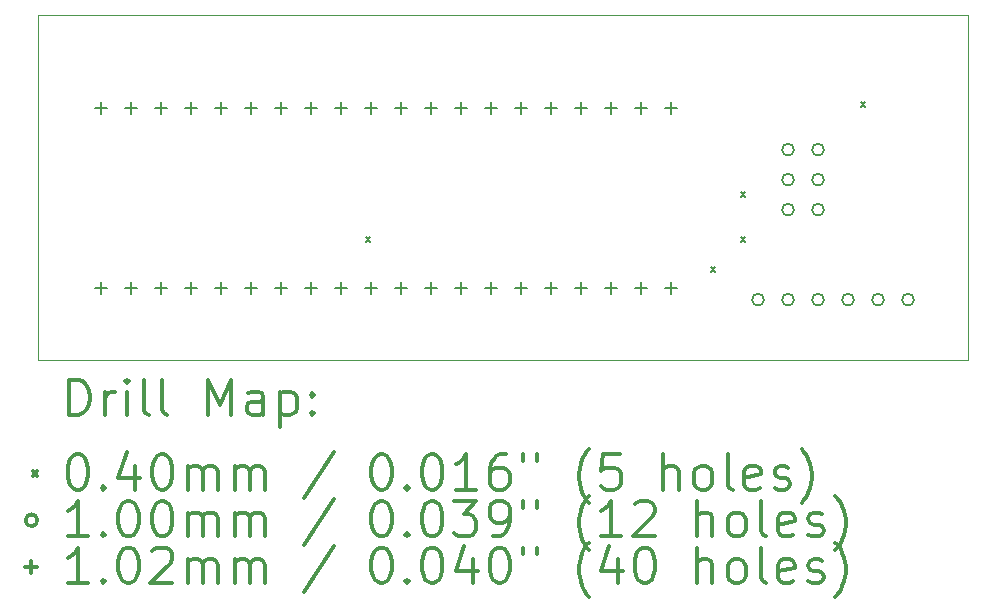
<source format=gbr>
%FSLAX45Y45*%
G04 Gerber Fmt 4.5, Leading zero omitted, Abs format (unit mm)*
G04 Created by KiCad (PCBNEW 4.0.6) date Sun May 21 13:57:40 2017*
%MOMM*%
%LPD*%
G01*
G04 APERTURE LIST*
%ADD10C,0.127000*%
%ADD11C,0.100000*%
%ADD12C,0.200000*%
%ADD13C,0.300000*%
G04 APERTURE END LIST*
D10*
D11*
X24130000Y-10160000D02*
X23622000Y-10160000D01*
X24130000Y-13081000D02*
X24130000Y-10160000D01*
X23622000Y-13081000D02*
X24130000Y-13081000D01*
X23622000Y-13081000D02*
X16256000Y-13081000D01*
X16256000Y-10160000D02*
X23622000Y-10160000D01*
X16256000Y-10414000D02*
X16256000Y-10160000D01*
X16256000Y-13081000D02*
X16256000Y-10414000D01*
D12*
X19030000Y-12045000D02*
X19070000Y-12085000D01*
X19070000Y-12045000D02*
X19030000Y-12085000D01*
X21951000Y-12299000D02*
X21991000Y-12339000D01*
X21991000Y-12299000D02*
X21951000Y-12339000D01*
X22205000Y-11664000D02*
X22245000Y-11704000D01*
X22245000Y-11664000D02*
X22205000Y-11704000D01*
X22205000Y-12045000D02*
X22245000Y-12085000D01*
X22245000Y-12045000D02*
X22205000Y-12085000D01*
X23221000Y-10902000D02*
X23261000Y-10942000D01*
X23261000Y-10902000D02*
X23221000Y-10942000D01*
X22402000Y-12573000D02*
G75*
G03X22402000Y-12573000I-50000J0D01*
G01*
X22656000Y-11303000D02*
G75*
G03X22656000Y-11303000I-50000J0D01*
G01*
X22656000Y-11557000D02*
G75*
G03X22656000Y-11557000I-50000J0D01*
G01*
X22656000Y-11811000D02*
G75*
G03X22656000Y-11811000I-50000J0D01*
G01*
X22656000Y-12573000D02*
G75*
G03X22656000Y-12573000I-50000J0D01*
G01*
X22910000Y-11303000D02*
G75*
G03X22910000Y-11303000I-50000J0D01*
G01*
X22910000Y-11557000D02*
G75*
G03X22910000Y-11557000I-50000J0D01*
G01*
X22910000Y-11811000D02*
G75*
G03X22910000Y-11811000I-50000J0D01*
G01*
X22910000Y-12573000D02*
G75*
G03X22910000Y-12573000I-50000J0D01*
G01*
X23164000Y-12573000D02*
G75*
G03X23164000Y-12573000I-50000J0D01*
G01*
X23418000Y-12573000D02*
G75*
G03X23418000Y-12573000I-50000J0D01*
G01*
X23672000Y-12573000D02*
G75*
G03X23672000Y-12573000I-50000J0D01*
G01*
X16791500Y-10898700D02*
X16791500Y-11000300D01*
X16740700Y-10949500D02*
X16842300Y-10949500D01*
X16791500Y-12422700D02*
X16791500Y-12524300D01*
X16740700Y-12473500D02*
X16842300Y-12473500D01*
X17045500Y-10898700D02*
X17045500Y-11000300D01*
X16994700Y-10949500D02*
X17096300Y-10949500D01*
X17045500Y-12422700D02*
X17045500Y-12524300D01*
X16994700Y-12473500D02*
X17096300Y-12473500D01*
X17299500Y-10898700D02*
X17299500Y-11000300D01*
X17248700Y-10949500D02*
X17350300Y-10949500D01*
X17299500Y-12422700D02*
X17299500Y-12524300D01*
X17248700Y-12473500D02*
X17350300Y-12473500D01*
X17553500Y-10898700D02*
X17553500Y-11000300D01*
X17502700Y-10949500D02*
X17604300Y-10949500D01*
X17553500Y-12422700D02*
X17553500Y-12524300D01*
X17502700Y-12473500D02*
X17604300Y-12473500D01*
X17807500Y-10898700D02*
X17807500Y-11000300D01*
X17756700Y-10949500D02*
X17858300Y-10949500D01*
X17807500Y-12422700D02*
X17807500Y-12524300D01*
X17756700Y-12473500D02*
X17858300Y-12473500D01*
X18061500Y-10898700D02*
X18061500Y-11000300D01*
X18010700Y-10949500D02*
X18112300Y-10949500D01*
X18061500Y-12422700D02*
X18061500Y-12524300D01*
X18010700Y-12473500D02*
X18112300Y-12473500D01*
X18315500Y-10898700D02*
X18315500Y-11000300D01*
X18264700Y-10949500D02*
X18366300Y-10949500D01*
X18315500Y-12422700D02*
X18315500Y-12524300D01*
X18264700Y-12473500D02*
X18366300Y-12473500D01*
X18569500Y-10898700D02*
X18569500Y-11000300D01*
X18518700Y-10949500D02*
X18620300Y-10949500D01*
X18569500Y-12422700D02*
X18569500Y-12524300D01*
X18518700Y-12473500D02*
X18620300Y-12473500D01*
X18823500Y-10898700D02*
X18823500Y-11000300D01*
X18772700Y-10949500D02*
X18874300Y-10949500D01*
X18823500Y-12422700D02*
X18823500Y-12524300D01*
X18772700Y-12473500D02*
X18874300Y-12473500D01*
X19077500Y-10898700D02*
X19077500Y-11000300D01*
X19026700Y-10949500D02*
X19128300Y-10949500D01*
X19077500Y-12422700D02*
X19077500Y-12524300D01*
X19026700Y-12473500D02*
X19128300Y-12473500D01*
X19331500Y-10898700D02*
X19331500Y-11000300D01*
X19280700Y-10949500D02*
X19382300Y-10949500D01*
X19331500Y-12422700D02*
X19331500Y-12524300D01*
X19280700Y-12473500D02*
X19382300Y-12473500D01*
X19585500Y-10898700D02*
X19585500Y-11000300D01*
X19534700Y-10949500D02*
X19636300Y-10949500D01*
X19585500Y-12422700D02*
X19585500Y-12524300D01*
X19534700Y-12473500D02*
X19636300Y-12473500D01*
X19839500Y-10898700D02*
X19839500Y-11000300D01*
X19788700Y-10949500D02*
X19890300Y-10949500D01*
X19839500Y-12422700D02*
X19839500Y-12524300D01*
X19788700Y-12473500D02*
X19890300Y-12473500D01*
X20093500Y-10898700D02*
X20093500Y-11000300D01*
X20042700Y-10949500D02*
X20144300Y-10949500D01*
X20093500Y-12422700D02*
X20093500Y-12524300D01*
X20042700Y-12473500D02*
X20144300Y-12473500D01*
X20347500Y-10898700D02*
X20347500Y-11000300D01*
X20296700Y-10949500D02*
X20398300Y-10949500D01*
X20347500Y-12422700D02*
X20347500Y-12524300D01*
X20296700Y-12473500D02*
X20398300Y-12473500D01*
X20601500Y-10898700D02*
X20601500Y-11000300D01*
X20550700Y-10949500D02*
X20652300Y-10949500D01*
X20601500Y-12422700D02*
X20601500Y-12524300D01*
X20550700Y-12473500D02*
X20652300Y-12473500D01*
X20855500Y-10898700D02*
X20855500Y-11000300D01*
X20804700Y-10949500D02*
X20906300Y-10949500D01*
X20855500Y-12422700D02*
X20855500Y-12524300D01*
X20804700Y-12473500D02*
X20906300Y-12473500D01*
X21109500Y-10898700D02*
X21109500Y-11000300D01*
X21058700Y-10949500D02*
X21160300Y-10949500D01*
X21109500Y-12422700D02*
X21109500Y-12524300D01*
X21058700Y-12473500D02*
X21160300Y-12473500D01*
X21363500Y-10898700D02*
X21363500Y-11000300D01*
X21312700Y-10949500D02*
X21414300Y-10949500D01*
X21363500Y-12422700D02*
X21363500Y-12524300D01*
X21312700Y-12473500D02*
X21414300Y-12473500D01*
X21617500Y-10898700D02*
X21617500Y-11000300D01*
X21566700Y-10949500D02*
X21668300Y-10949500D01*
X21617500Y-12422700D02*
X21617500Y-12524300D01*
X21566700Y-12473500D02*
X21668300Y-12473500D01*
D13*
X16522428Y-13551714D02*
X16522428Y-13251714D01*
X16593857Y-13251714D01*
X16636714Y-13266000D01*
X16665286Y-13294571D01*
X16679571Y-13323143D01*
X16693857Y-13380286D01*
X16693857Y-13423143D01*
X16679571Y-13480286D01*
X16665286Y-13508857D01*
X16636714Y-13537429D01*
X16593857Y-13551714D01*
X16522428Y-13551714D01*
X16822429Y-13551714D02*
X16822429Y-13351714D01*
X16822429Y-13408857D02*
X16836714Y-13380286D01*
X16851000Y-13366000D01*
X16879571Y-13351714D01*
X16908143Y-13351714D01*
X17008143Y-13551714D02*
X17008143Y-13351714D01*
X17008143Y-13251714D02*
X16993857Y-13266000D01*
X17008143Y-13280286D01*
X17022429Y-13266000D01*
X17008143Y-13251714D01*
X17008143Y-13280286D01*
X17193857Y-13551714D02*
X17165286Y-13537429D01*
X17151000Y-13508857D01*
X17151000Y-13251714D01*
X17351000Y-13551714D02*
X17322429Y-13537429D01*
X17308143Y-13508857D01*
X17308143Y-13251714D01*
X17693857Y-13551714D02*
X17693857Y-13251714D01*
X17793857Y-13466000D01*
X17893857Y-13251714D01*
X17893857Y-13551714D01*
X18165286Y-13551714D02*
X18165286Y-13394571D01*
X18151000Y-13366000D01*
X18122429Y-13351714D01*
X18065286Y-13351714D01*
X18036714Y-13366000D01*
X18165286Y-13537429D02*
X18136714Y-13551714D01*
X18065286Y-13551714D01*
X18036714Y-13537429D01*
X18022429Y-13508857D01*
X18022429Y-13480286D01*
X18036714Y-13451714D01*
X18065286Y-13437429D01*
X18136714Y-13437429D01*
X18165286Y-13423143D01*
X18308143Y-13351714D02*
X18308143Y-13651714D01*
X18308143Y-13366000D02*
X18336714Y-13351714D01*
X18393857Y-13351714D01*
X18422429Y-13366000D01*
X18436714Y-13380286D01*
X18451000Y-13408857D01*
X18451000Y-13494571D01*
X18436714Y-13523143D01*
X18422429Y-13537429D01*
X18393857Y-13551714D01*
X18336714Y-13551714D01*
X18308143Y-13537429D01*
X18579571Y-13523143D02*
X18593857Y-13537429D01*
X18579571Y-13551714D01*
X18565286Y-13537429D01*
X18579571Y-13523143D01*
X18579571Y-13551714D01*
X18579571Y-13366000D02*
X18593857Y-13380286D01*
X18579571Y-13394571D01*
X18565286Y-13380286D01*
X18579571Y-13366000D01*
X18579571Y-13394571D01*
X16211000Y-14026000D02*
X16251000Y-14066000D01*
X16251000Y-14026000D02*
X16211000Y-14066000D01*
X16579571Y-13881714D02*
X16608143Y-13881714D01*
X16636714Y-13896000D01*
X16651000Y-13910286D01*
X16665286Y-13938857D01*
X16679571Y-13996000D01*
X16679571Y-14067429D01*
X16665286Y-14124571D01*
X16651000Y-14153143D01*
X16636714Y-14167429D01*
X16608143Y-14181714D01*
X16579571Y-14181714D01*
X16551000Y-14167429D01*
X16536714Y-14153143D01*
X16522428Y-14124571D01*
X16508143Y-14067429D01*
X16508143Y-13996000D01*
X16522428Y-13938857D01*
X16536714Y-13910286D01*
X16551000Y-13896000D01*
X16579571Y-13881714D01*
X16808143Y-14153143D02*
X16822429Y-14167429D01*
X16808143Y-14181714D01*
X16793857Y-14167429D01*
X16808143Y-14153143D01*
X16808143Y-14181714D01*
X17079571Y-13981714D02*
X17079571Y-14181714D01*
X17008143Y-13867429D02*
X16936714Y-14081714D01*
X17122428Y-14081714D01*
X17293857Y-13881714D02*
X17322429Y-13881714D01*
X17351000Y-13896000D01*
X17365286Y-13910286D01*
X17379571Y-13938857D01*
X17393857Y-13996000D01*
X17393857Y-14067429D01*
X17379571Y-14124571D01*
X17365286Y-14153143D01*
X17351000Y-14167429D01*
X17322429Y-14181714D01*
X17293857Y-14181714D01*
X17265286Y-14167429D01*
X17251000Y-14153143D01*
X17236714Y-14124571D01*
X17222429Y-14067429D01*
X17222429Y-13996000D01*
X17236714Y-13938857D01*
X17251000Y-13910286D01*
X17265286Y-13896000D01*
X17293857Y-13881714D01*
X17522429Y-14181714D02*
X17522429Y-13981714D01*
X17522429Y-14010286D02*
X17536714Y-13996000D01*
X17565286Y-13981714D01*
X17608143Y-13981714D01*
X17636714Y-13996000D01*
X17651000Y-14024571D01*
X17651000Y-14181714D01*
X17651000Y-14024571D02*
X17665286Y-13996000D01*
X17693857Y-13981714D01*
X17736714Y-13981714D01*
X17765286Y-13996000D01*
X17779571Y-14024571D01*
X17779571Y-14181714D01*
X17922429Y-14181714D02*
X17922429Y-13981714D01*
X17922429Y-14010286D02*
X17936714Y-13996000D01*
X17965286Y-13981714D01*
X18008143Y-13981714D01*
X18036714Y-13996000D01*
X18051000Y-14024571D01*
X18051000Y-14181714D01*
X18051000Y-14024571D02*
X18065286Y-13996000D01*
X18093857Y-13981714D01*
X18136714Y-13981714D01*
X18165286Y-13996000D01*
X18179571Y-14024571D01*
X18179571Y-14181714D01*
X18765286Y-13867429D02*
X18508143Y-14253143D01*
X19151000Y-13881714D02*
X19179571Y-13881714D01*
X19208143Y-13896000D01*
X19222428Y-13910286D01*
X19236714Y-13938857D01*
X19251000Y-13996000D01*
X19251000Y-14067429D01*
X19236714Y-14124571D01*
X19222428Y-14153143D01*
X19208143Y-14167429D01*
X19179571Y-14181714D01*
X19151000Y-14181714D01*
X19122428Y-14167429D01*
X19108143Y-14153143D01*
X19093857Y-14124571D01*
X19079571Y-14067429D01*
X19079571Y-13996000D01*
X19093857Y-13938857D01*
X19108143Y-13910286D01*
X19122428Y-13896000D01*
X19151000Y-13881714D01*
X19379571Y-14153143D02*
X19393857Y-14167429D01*
X19379571Y-14181714D01*
X19365286Y-14167429D01*
X19379571Y-14153143D01*
X19379571Y-14181714D01*
X19579571Y-13881714D02*
X19608143Y-13881714D01*
X19636714Y-13896000D01*
X19651000Y-13910286D01*
X19665286Y-13938857D01*
X19679571Y-13996000D01*
X19679571Y-14067429D01*
X19665286Y-14124571D01*
X19651000Y-14153143D01*
X19636714Y-14167429D01*
X19608143Y-14181714D01*
X19579571Y-14181714D01*
X19551000Y-14167429D01*
X19536714Y-14153143D01*
X19522428Y-14124571D01*
X19508143Y-14067429D01*
X19508143Y-13996000D01*
X19522428Y-13938857D01*
X19536714Y-13910286D01*
X19551000Y-13896000D01*
X19579571Y-13881714D01*
X19965286Y-14181714D02*
X19793857Y-14181714D01*
X19879571Y-14181714D02*
X19879571Y-13881714D01*
X19851000Y-13924571D01*
X19822428Y-13953143D01*
X19793857Y-13967429D01*
X20222428Y-13881714D02*
X20165286Y-13881714D01*
X20136714Y-13896000D01*
X20122428Y-13910286D01*
X20093857Y-13953143D01*
X20079571Y-14010286D01*
X20079571Y-14124571D01*
X20093857Y-14153143D01*
X20108143Y-14167429D01*
X20136714Y-14181714D01*
X20193857Y-14181714D01*
X20222428Y-14167429D01*
X20236714Y-14153143D01*
X20251000Y-14124571D01*
X20251000Y-14053143D01*
X20236714Y-14024571D01*
X20222428Y-14010286D01*
X20193857Y-13996000D01*
X20136714Y-13996000D01*
X20108143Y-14010286D01*
X20093857Y-14024571D01*
X20079571Y-14053143D01*
X20365286Y-13881714D02*
X20365286Y-13938857D01*
X20479571Y-13881714D02*
X20479571Y-13938857D01*
X20922428Y-14296000D02*
X20908143Y-14281714D01*
X20879571Y-14238857D01*
X20865286Y-14210286D01*
X20851000Y-14167429D01*
X20836714Y-14096000D01*
X20836714Y-14038857D01*
X20851000Y-13967429D01*
X20865286Y-13924571D01*
X20879571Y-13896000D01*
X20908143Y-13853143D01*
X20922428Y-13838857D01*
X21179571Y-13881714D02*
X21036714Y-13881714D01*
X21022428Y-14024571D01*
X21036714Y-14010286D01*
X21065286Y-13996000D01*
X21136714Y-13996000D01*
X21165286Y-14010286D01*
X21179571Y-14024571D01*
X21193857Y-14053143D01*
X21193857Y-14124571D01*
X21179571Y-14153143D01*
X21165286Y-14167429D01*
X21136714Y-14181714D01*
X21065286Y-14181714D01*
X21036714Y-14167429D01*
X21022428Y-14153143D01*
X21551000Y-14181714D02*
X21551000Y-13881714D01*
X21679571Y-14181714D02*
X21679571Y-14024571D01*
X21665286Y-13996000D01*
X21636714Y-13981714D01*
X21593857Y-13981714D01*
X21565286Y-13996000D01*
X21551000Y-14010286D01*
X21865286Y-14181714D02*
X21836714Y-14167429D01*
X21822428Y-14153143D01*
X21808143Y-14124571D01*
X21808143Y-14038857D01*
X21822428Y-14010286D01*
X21836714Y-13996000D01*
X21865286Y-13981714D01*
X21908143Y-13981714D01*
X21936714Y-13996000D01*
X21951000Y-14010286D01*
X21965286Y-14038857D01*
X21965286Y-14124571D01*
X21951000Y-14153143D01*
X21936714Y-14167429D01*
X21908143Y-14181714D01*
X21865286Y-14181714D01*
X22136714Y-14181714D02*
X22108143Y-14167429D01*
X22093857Y-14138857D01*
X22093857Y-13881714D01*
X22365286Y-14167429D02*
X22336714Y-14181714D01*
X22279571Y-14181714D01*
X22251000Y-14167429D01*
X22236714Y-14138857D01*
X22236714Y-14024571D01*
X22251000Y-13996000D01*
X22279571Y-13981714D01*
X22336714Y-13981714D01*
X22365286Y-13996000D01*
X22379571Y-14024571D01*
X22379571Y-14053143D01*
X22236714Y-14081714D01*
X22493857Y-14167429D02*
X22522428Y-14181714D01*
X22579571Y-14181714D01*
X22608143Y-14167429D01*
X22622428Y-14138857D01*
X22622428Y-14124571D01*
X22608143Y-14096000D01*
X22579571Y-14081714D01*
X22536714Y-14081714D01*
X22508143Y-14067429D01*
X22493857Y-14038857D01*
X22493857Y-14024571D01*
X22508143Y-13996000D01*
X22536714Y-13981714D01*
X22579571Y-13981714D01*
X22608143Y-13996000D01*
X22722428Y-14296000D02*
X22736714Y-14281714D01*
X22765286Y-14238857D01*
X22779571Y-14210286D01*
X22793857Y-14167429D01*
X22808143Y-14096000D01*
X22808143Y-14038857D01*
X22793857Y-13967429D01*
X22779571Y-13924571D01*
X22765286Y-13896000D01*
X22736714Y-13853143D01*
X22722428Y-13838857D01*
X16251000Y-14442000D02*
G75*
G03X16251000Y-14442000I-50000J0D01*
G01*
X16679571Y-14577714D02*
X16508143Y-14577714D01*
X16593857Y-14577714D02*
X16593857Y-14277714D01*
X16565286Y-14320571D01*
X16536714Y-14349143D01*
X16508143Y-14363429D01*
X16808143Y-14549143D02*
X16822429Y-14563429D01*
X16808143Y-14577714D01*
X16793857Y-14563429D01*
X16808143Y-14549143D01*
X16808143Y-14577714D01*
X17008143Y-14277714D02*
X17036714Y-14277714D01*
X17065286Y-14292000D01*
X17079571Y-14306286D01*
X17093857Y-14334857D01*
X17108143Y-14392000D01*
X17108143Y-14463429D01*
X17093857Y-14520571D01*
X17079571Y-14549143D01*
X17065286Y-14563429D01*
X17036714Y-14577714D01*
X17008143Y-14577714D01*
X16979571Y-14563429D01*
X16965286Y-14549143D01*
X16951000Y-14520571D01*
X16936714Y-14463429D01*
X16936714Y-14392000D01*
X16951000Y-14334857D01*
X16965286Y-14306286D01*
X16979571Y-14292000D01*
X17008143Y-14277714D01*
X17293857Y-14277714D02*
X17322429Y-14277714D01*
X17351000Y-14292000D01*
X17365286Y-14306286D01*
X17379571Y-14334857D01*
X17393857Y-14392000D01*
X17393857Y-14463429D01*
X17379571Y-14520571D01*
X17365286Y-14549143D01*
X17351000Y-14563429D01*
X17322429Y-14577714D01*
X17293857Y-14577714D01*
X17265286Y-14563429D01*
X17251000Y-14549143D01*
X17236714Y-14520571D01*
X17222429Y-14463429D01*
X17222429Y-14392000D01*
X17236714Y-14334857D01*
X17251000Y-14306286D01*
X17265286Y-14292000D01*
X17293857Y-14277714D01*
X17522429Y-14577714D02*
X17522429Y-14377714D01*
X17522429Y-14406286D02*
X17536714Y-14392000D01*
X17565286Y-14377714D01*
X17608143Y-14377714D01*
X17636714Y-14392000D01*
X17651000Y-14420571D01*
X17651000Y-14577714D01*
X17651000Y-14420571D02*
X17665286Y-14392000D01*
X17693857Y-14377714D01*
X17736714Y-14377714D01*
X17765286Y-14392000D01*
X17779571Y-14420571D01*
X17779571Y-14577714D01*
X17922429Y-14577714D02*
X17922429Y-14377714D01*
X17922429Y-14406286D02*
X17936714Y-14392000D01*
X17965286Y-14377714D01*
X18008143Y-14377714D01*
X18036714Y-14392000D01*
X18051000Y-14420571D01*
X18051000Y-14577714D01*
X18051000Y-14420571D02*
X18065286Y-14392000D01*
X18093857Y-14377714D01*
X18136714Y-14377714D01*
X18165286Y-14392000D01*
X18179571Y-14420571D01*
X18179571Y-14577714D01*
X18765286Y-14263429D02*
X18508143Y-14649143D01*
X19151000Y-14277714D02*
X19179571Y-14277714D01*
X19208143Y-14292000D01*
X19222428Y-14306286D01*
X19236714Y-14334857D01*
X19251000Y-14392000D01*
X19251000Y-14463429D01*
X19236714Y-14520571D01*
X19222428Y-14549143D01*
X19208143Y-14563429D01*
X19179571Y-14577714D01*
X19151000Y-14577714D01*
X19122428Y-14563429D01*
X19108143Y-14549143D01*
X19093857Y-14520571D01*
X19079571Y-14463429D01*
X19079571Y-14392000D01*
X19093857Y-14334857D01*
X19108143Y-14306286D01*
X19122428Y-14292000D01*
X19151000Y-14277714D01*
X19379571Y-14549143D02*
X19393857Y-14563429D01*
X19379571Y-14577714D01*
X19365286Y-14563429D01*
X19379571Y-14549143D01*
X19379571Y-14577714D01*
X19579571Y-14277714D02*
X19608143Y-14277714D01*
X19636714Y-14292000D01*
X19651000Y-14306286D01*
X19665286Y-14334857D01*
X19679571Y-14392000D01*
X19679571Y-14463429D01*
X19665286Y-14520571D01*
X19651000Y-14549143D01*
X19636714Y-14563429D01*
X19608143Y-14577714D01*
X19579571Y-14577714D01*
X19551000Y-14563429D01*
X19536714Y-14549143D01*
X19522428Y-14520571D01*
X19508143Y-14463429D01*
X19508143Y-14392000D01*
X19522428Y-14334857D01*
X19536714Y-14306286D01*
X19551000Y-14292000D01*
X19579571Y-14277714D01*
X19779571Y-14277714D02*
X19965286Y-14277714D01*
X19865286Y-14392000D01*
X19908143Y-14392000D01*
X19936714Y-14406286D01*
X19951000Y-14420571D01*
X19965286Y-14449143D01*
X19965286Y-14520571D01*
X19951000Y-14549143D01*
X19936714Y-14563429D01*
X19908143Y-14577714D01*
X19822428Y-14577714D01*
X19793857Y-14563429D01*
X19779571Y-14549143D01*
X20108143Y-14577714D02*
X20165286Y-14577714D01*
X20193857Y-14563429D01*
X20208143Y-14549143D01*
X20236714Y-14506286D01*
X20251000Y-14449143D01*
X20251000Y-14334857D01*
X20236714Y-14306286D01*
X20222428Y-14292000D01*
X20193857Y-14277714D01*
X20136714Y-14277714D01*
X20108143Y-14292000D01*
X20093857Y-14306286D01*
X20079571Y-14334857D01*
X20079571Y-14406286D01*
X20093857Y-14434857D01*
X20108143Y-14449143D01*
X20136714Y-14463429D01*
X20193857Y-14463429D01*
X20222428Y-14449143D01*
X20236714Y-14434857D01*
X20251000Y-14406286D01*
X20365286Y-14277714D02*
X20365286Y-14334857D01*
X20479571Y-14277714D02*
X20479571Y-14334857D01*
X20922428Y-14692000D02*
X20908143Y-14677714D01*
X20879571Y-14634857D01*
X20865286Y-14606286D01*
X20851000Y-14563429D01*
X20836714Y-14492000D01*
X20836714Y-14434857D01*
X20851000Y-14363429D01*
X20865286Y-14320571D01*
X20879571Y-14292000D01*
X20908143Y-14249143D01*
X20922428Y-14234857D01*
X21193857Y-14577714D02*
X21022428Y-14577714D01*
X21108143Y-14577714D02*
X21108143Y-14277714D01*
X21079571Y-14320571D01*
X21051000Y-14349143D01*
X21022428Y-14363429D01*
X21308143Y-14306286D02*
X21322428Y-14292000D01*
X21351000Y-14277714D01*
X21422428Y-14277714D01*
X21451000Y-14292000D01*
X21465286Y-14306286D01*
X21479571Y-14334857D01*
X21479571Y-14363429D01*
X21465286Y-14406286D01*
X21293857Y-14577714D01*
X21479571Y-14577714D01*
X21836714Y-14577714D02*
X21836714Y-14277714D01*
X21965286Y-14577714D02*
X21965286Y-14420571D01*
X21951000Y-14392000D01*
X21922428Y-14377714D01*
X21879571Y-14377714D01*
X21851000Y-14392000D01*
X21836714Y-14406286D01*
X22151000Y-14577714D02*
X22122428Y-14563429D01*
X22108143Y-14549143D01*
X22093857Y-14520571D01*
X22093857Y-14434857D01*
X22108143Y-14406286D01*
X22122428Y-14392000D01*
X22151000Y-14377714D01*
X22193857Y-14377714D01*
X22222428Y-14392000D01*
X22236714Y-14406286D01*
X22251000Y-14434857D01*
X22251000Y-14520571D01*
X22236714Y-14549143D01*
X22222428Y-14563429D01*
X22193857Y-14577714D01*
X22151000Y-14577714D01*
X22422428Y-14577714D02*
X22393857Y-14563429D01*
X22379571Y-14534857D01*
X22379571Y-14277714D01*
X22651000Y-14563429D02*
X22622428Y-14577714D01*
X22565286Y-14577714D01*
X22536714Y-14563429D01*
X22522428Y-14534857D01*
X22522428Y-14420571D01*
X22536714Y-14392000D01*
X22565286Y-14377714D01*
X22622428Y-14377714D01*
X22651000Y-14392000D01*
X22665286Y-14420571D01*
X22665286Y-14449143D01*
X22522428Y-14477714D01*
X22779571Y-14563429D02*
X22808143Y-14577714D01*
X22865286Y-14577714D01*
X22893857Y-14563429D01*
X22908143Y-14534857D01*
X22908143Y-14520571D01*
X22893857Y-14492000D01*
X22865286Y-14477714D01*
X22822428Y-14477714D01*
X22793857Y-14463429D01*
X22779571Y-14434857D01*
X22779571Y-14420571D01*
X22793857Y-14392000D01*
X22822428Y-14377714D01*
X22865286Y-14377714D01*
X22893857Y-14392000D01*
X23008143Y-14692000D02*
X23022428Y-14677714D01*
X23051000Y-14634857D01*
X23065286Y-14606286D01*
X23079571Y-14563429D01*
X23093857Y-14492000D01*
X23093857Y-14434857D01*
X23079571Y-14363429D01*
X23065286Y-14320571D01*
X23051000Y-14292000D01*
X23022428Y-14249143D01*
X23008143Y-14234857D01*
X16200200Y-14787200D02*
X16200200Y-14888800D01*
X16149400Y-14838000D02*
X16251000Y-14838000D01*
X16679571Y-14973714D02*
X16508143Y-14973714D01*
X16593857Y-14973714D02*
X16593857Y-14673714D01*
X16565286Y-14716571D01*
X16536714Y-14745143D01*
X16508143Y-14759429D01*
X16808143Y-14945143D02*
X16822429Y-14959429D01*
X16808143Y-14973714D01*
X16793857Y-14959429D01*
X16808143Y-14945143D01*
X16808143Y-14973714D01*
X17008143Y-14673714D02*
X17036714Y-14673714D01*
X17065286Y-14688000D01*
X17079571Y-14702286D01*
X17093857Y-14730857D01*
X17108143Y-14788000D01*
X17108143Y-14859429D01*
X17093857Y-14916571D01*
X17079571Y-14945143D01*
X17065286Y-14959429D01*
X17036714Y-14973714D01*
X17008143Y-14973714D01*
X16979571Y-14959429D01*
X16965286Y-14945143D01*
X16951000Y-14916571D01*
X16936714Y-14859429D01*
X16936714Y-14788000D01*
X16951000Y-14730857D01*
X16965286Y-14702286D01*
X16979571Y-14688000D01*
X17008143Y-14673714D01*
X17222429Y-14702286D02*
X17236714Y-14688000D01*
X17265286Y-14673714D01*
X17336714Y-14673714D01*
X17365286Y-14688000D01*
X17379571Y-14702286D01*
X17393857Y-14730857D01*
X17393857Y-14759429D01*
X17379571Y-14802286D01*
X17208143Y-14973714D01*
X17393857Y-14973714D01*
X17522429Y-14973714D02*
X17522429Y-14773714D01*
X17522429Y-14802286D02*
X17536714Y-14788000D01*
X17565286Y-14773714D01*
X17608143Y-14773714D01*
X17636714Y-14788000D01*
X17651000Y-14816571D01*
X17651000Y-14973714D01*
X17651000Y-14816571D02*
X17665286Y-14788000D01*
X17693857Y-14773714D01*
X17736714Y-14773714D01*
X17765286Y-14788000D01*
X17779571Y-14816571D01*
X17779571Y-14973714D01*
X17922429Y-14973714D02*
X17922429Y-14773714D01*
X17922429Y-14802286D02*
X17936714Y-14788000D01*
X17965286Y-14773714D01*
X18008143Y-14773714D01*
X18036714Y-14788000D01*
X18051000Y-14816571D01*
X18051000Y-14973714D01*
X18051000Y-14816571D02*
X18065286Y-14788000D01*
X18093857Y-14773714D01*
X18136714Y-14773714D01*
X18165286Y-14788000D01*
X18179571Y-14816571D01*
X18179571Y-14973714D01*
X18765286Y-14659429D02*
X18508143Y-15045143D01*
X19151000Y-14673714D02*
X19179571Y-14673714D01*
X19208143Y-14688000D01*
X19222428Y-14702286D01*
X19236714Y-14730857D01*
X19251000Y-14788000D01*
X19251000Y-14859429D01*
X19236714Y-14916571D01*
X19222428Y-14945143D01*
X19208143Y-14959429D01*
X19179571Y-14973714D01*
X19151000Y-14973714D01*
X19122428Y-14959429D01*
X19108143Y-14945143D01*
X19093857Y-14916571D01*
X19079571Y-14859429D01*
X19079571Y-14788000D01*
X19093857Y-14730857D01*
X19108143Y-14702286D01*
X19122428Y-14688000D01*
X19151000Y-14673714D01*
X19379571Y-14945143D02*
X19393857Y-14959429D01*
X19379571Y-14973714D01*
X19365286Y-14959429D01*
X19379571Y-14945143D01*
X19379571Y-14973714D01*
X19579571Y-14673714D02*
X19608143Y-14673714D01*
X19636714Y-14688000D01*
X19651000Y-14702286D01*
X19665286Y-14730857D01*
X19679571Y-14788000D01*
X19679571Y-14859429D01*
X19665286Y-14916571D01*
X19651000Y-14945143D01*
X19636714Y-14959429D01*
X19608143Y-14973714D01*
X19579571Y-14973714D01*
X19551000Y-14959429D01*
X19536714Y-14945143D01*
X19522428Y-14916571D01*
X19508143Y-14859429D01*
X19508143Y-14788000D01*
X19522428Y-14730857D01*
X19536714Y-14702286D01*
X19551000Y-14688000D01*
X19579571Y-14673714D01*
X19936714Y-14773714D02*
X19936714Y-14973714D01*
X19865286Y-14659429D02*
X19793857Y-14873714D01*
X19979571Y-14873714D01*
X20151000Y-14673714D02*
X20179571Y-14673714D01*
X20208143Y-14688000D01*
X20222428Y-14702286D01*
X20236714Y-14730857D01*
X20251000Y-14788000D01*
X20251000Y-14859429D01*
X20236714Y-14916571D01*
X20222428Y-14945143D01*
X20208143Y-14959429D01*
X20179571Y-14973714D01*
X20151000Y-14973714D01*
X20122428Y-14959429D01*
X20108143Y-14945143D01*
X20093857Y-14916571D01*
X20079571Y-14859429D01*
X20079571Y-14788000D01*
X20093857Y-14730857D01*
X20108143Y-14702286D01*
X20122428Y-14688000D01*
X20151000Y-14673714D01*
X20365286Y-14673714D02*
X20365286Y-14730857D01*
X20479571Y-14673714D02*
X20479571Y-14730857D01*
X20922428Y-15088000D02*
X20908143Y-15073714D01*
X20879571Y-15030857D01*
X20865286Y-15002286D01*
X20851000Y-14959429D01*
X20836714Y-14888000D01*
X20836714Y-14830857D01*
X20851000Y-14759429D01*
X20865286Y-14716571D01*
X20879571Y-14688000D01*
X20908143Y-14645143D01*
X20922428Y-14630857D01*
X21165286Y-14773714D02*
X21165286Y-14973714D01*
X21093857Y-14659429D02*
X21022428Y-14873714D01*
X21208143Y-14873714D01*
X21379571Y-14673714D02*
X21408143Y-14673714D01*
X21436714Y-14688000D01*
X21451000Y-14702286D01*
X21465286Y-14730857D01*
X21479571Y-14788000D01*
X21479571Y-14859429D01*
X21465286Y-14916571D01*
X21451000Y-14945143D01*
X21436714Y-14959429D01*
X21408143Y-14973714D01*
X21379571Y-14973714D01*
X21351000Y-14959429D01*
X21336714Y-14945143D01*
X21322428Y-14916571D01*
X21308143Y-14859429D01*
X21308143Y-14788000D01*
X21322428Y-14730857D01*
X21336714Y-14702286D01*
X21351000Y-14688000D01*
X21379571Y-14673714D01*
X21836714Y-14973714D02*
X21836714Y-14673714D01*
X21965286Y-14973714D02*
X21965286Y-14816571D01*
X21951000Y-14788000D01*
X21922428Y-14773714D01*
X21879571Y-14773714D01*
X21851000Y-14788000D01*
X21836714Y-14802286D01*
X22151000Y-14973714D02*
X22122428Y-14959429D01*
X22108143Y-14945143D01*
X22093857Y-14916571D01*
X22093857Y-14830857D01*
X22108143Y-14802286D01*
X22122428Y-14788000D01*
X22151000Y-14773714D01*
X22193857Y-14773714D01*
X22222428Y-14788000D01*
X22236714Y-14802286D01*
X22251000Y-14830857D01*
X22251000Y-14916571D01*
X22236714Y-14945143D01*
X22222428Y-14959429D01*
X22193857Y-14973714D01*
X22151000Y-14973714D01*
X22422428Y-14973714D02*
X22393857Y-14959429D01*
X22379571Y-14930857D01*
X22379571Y-14673714D01*
X22651000Y-14959429D02*
X22622428Y-14973714D01*
X22565286Y-14973714D01*
X22536714Y-14959429D01*
X22522428Y-14930857D01*
X22522428Y-14816571D01*
X22536714Y-14788000D01*
X22565286Y-14773714D01*
X22622428Y-14773714D01*
X22651000Y-14788000D01*
X22665286Y-14816571D01*
X22665286Y-14845143D01*
X22522428Y-14873714D01*
X22779571Y-14959429D02*
X22808143Y-14973714D01*
X22865286Y-14973714D01*
X22893857Y-14959429D01*
X22908143Y-14930857D01*
X22908143Y-14916571D01*
X22893857Y-14888000D01*
X22865286Y-14873714D01*
X22822428Y-14873714D01*
X22793857Y-14859429D01*
X22779571Y-14830857D01*
X22779571Y-14816571D01*
X22793857Y-14788000D01*
X22822428Y-14773714D01*
X22865286Y-14773714D01*
X22893857Y-14788000D01*
X23008143Y-15088000D02*
X23022428Y-15073714D01*
X23051000Y-15030857D01*
X23065286Y-15002286D01*
X23079571Y-14959429D01*
X23093857Y-14888000D01*
X23093857Y-14830857D01*
X23079571Y-14759429D01*
X23065286Y-14716571D01*
X23051000Y-14688000D01*
X23022428Y-14645143D01*
X23008143Y-14630857D01*
M02*

</source>
